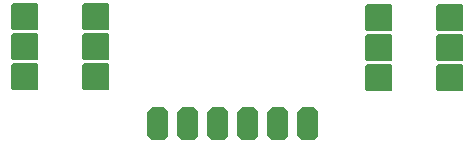
<source format=gbr>
G04 PROTEUS RS274X GERBER FILE*
%FSLAX45Y45*%
%MOMM*%
G01*
%AMPPAD005*
4,1,36,
1.143000,-1.016000,
1.143000,1.016000,
1.140470,1.041970,
1.133200,1.065980,
1.121650,1.087580,
1.106290,1.106290,
1.087570,1.121650,
1.065980,1.133200,
1.041970,1.140470,
1.016000,1.143000,
-1.016000,1.143000,
-1.041970,1.140470,
-1.065980,1.133200,
-1.087570,1.121650,
-1.106290,1.106290,
-1.121650,1.087580,
-1.133200,1.065980,
-1.140470,1.041970,
-1.143000,1.016000,
-1.143000,-1.016000,
-1.140470,-1.041970,
-1.133200,-1.065980,
-1.121650,-1.087580,
-1.106290,-1.106290,
-1.087570,-1.121650,
-1.065980,-1.133200,
-1.041970,-1.140470,
-1.016000,-1.143000,
1.016000,-1.143000,
1.041970,-1.140470,
1.065980,-1.133200,
1.087570,-1.121650,
1.106290,-1.106290,
1.121650,-1.087580,
1.133200,-1.065980,
1.140470,-1.041970,
1.143000,-1.016000,
0*%
%ADD15PPAD005*%
%AMPPAD006*
4,1,8,
0.509800,1.397000,
-0.509800,1.397000,
-0.889000,1.017800,
-0.889000,-1.017800,
-0.509800,-1.397000,
0.509800,-1.397000,
0.889000,-1.017800,
0.889000,1.017800,
0.509800,1.397000,
0*%
%ADD16PPAD006*%
D15*
X+600000Y+1138000D03*
X+600000Y+1392000D03*
X+600000Y+1646000D03*
X+0Y+1646000D03*
X+0Y+1392000D03*
X+0Y+1138000D03*
X-2400000Y+1146000D03*
X-2400000Y+1400000D03*
X-2400000Y+1654000D03*
X-3000000Y+1654000D03*
X-3000000Y+1400000D03*
X-3000000Y+1146000D03*
D16*
X-600000Y+746000D03*
X-854000Y+746000D03*
X-1108000Y+746000D03*
X-1362000Y+746000D03*
X-1616000Y+746000D03*
X-1870000Y+746000D03*
M02*

</source>
